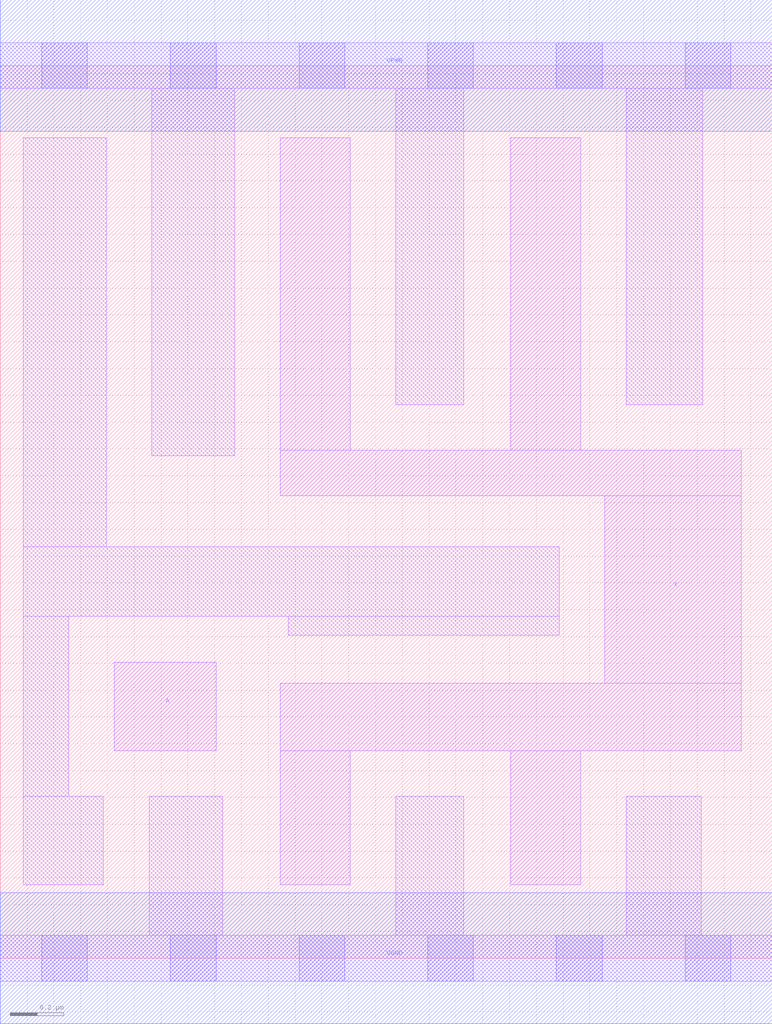
<source format=lef>
# Copyright 2020 The SkyWater PDK Authors
#
# Licensed under the Apache License, Version 2.0 (the "License");
# you may not use this file except in compliance with the License.
# You may obtain a copy of the License at
#
#     https://www.apache.org/licenses/LICENSE-2.0
#
# Unless required by applicable law or agreed to in writing, software
# distributed under the License is distributed on an "AS IS" BASIS,
# WITHOUT WARRANTIES OR CONDITIONS OF ANY KIND, either express or implied.
# See the License for the specific language governing permissions and
# limitations under the License.
#
# SPDX-License-Identifier: Apache-2.0

VERSION 5.7 ;
  NOWIREEXTENSIONATPIN ON ;
  DIVIDERCHAR "/" ;
  BUSBITCHARS "[]" ;
UNITS
  DATABASE MICRONS 200 ;
END UNITS
MACRO sky130_fd_sc_lp__clkbuf_4
  CLASS CORE ;
  FOREIGN sky130_fd_sc_lp__clkbuf_4 ;
  ORIGIN  0.000000  0.000000 ;
  SIZE  2.880000 BY  3.330000 ;
  SYMMETRY X Y R90 ;
  SITE unit ;
  PIN A
    ANTENNAGATEAREA  0.252000 ;
    DIRECTION INPUT ;
    USE SIGNAL ;
    PORT
      LAYER li1 ;
        RECT 0.425000 0.775000 0.805000 1.105000 ;
    END
  END A
  PIN X
    ANTENNADIFFAREA  0.940800 ;
    DIRECTION OUTPUT ;
    USE SIGNAL ;
    PORT
      LAYER li1 ;
        RECT 1.045000 0.275000 1.305000 0.775000 ;
        RECT 1.045000 0.775000 2.765000 1.025000 ;
        RECT 1.045000 1.725000 2.765000 1.895000 ;
        RECT 1.045000 1.895000 1.305000 3.060000 ;
        RECT 1.905000 0.275000 2.165000 0.775000 ;
        RECT 1.905000 1.895000 2.165000 3.060000 ;
        RECT 2.255000 1.025000 2.765000 1.725000 ;
    END
  END X
  PIN VGND
    DIRECTION INOUT ;
    USE GROUND ;
    PORT
      LAYER met1 ;
        RECT 0.000000 -0.245000 2.880000 0.245000 ;
    END
  END VGND
  PIN VPWR
    DIRECTION INOUT ;
    USE POWER ;
    PORT
      LAYER met1 ;
        RECT 0.000000 3.085000 2.880000 3.575000 ;
    END
  END VPWR
  OBS
    LAYER li1 ;
      RECT 0.000000 -0.085000 2.880000 0.085000 ;
      RECT 0.000000  3.245000 2.880000 3.415000 ;
      RECT 0.085000  0.275000 0.385000 0.605000 ;
      RECT 0.085000  0.605000 0.255000 1.275000 ;
      RECT 0.085000  1.275000 2.085000 1.535000 ;
      RECT 0.085000  1.535000 0.395000 3.060000 ;
      RECT 0.555000  0.085000 0.830000 0.605000 ;
      RECT 0.565000  1.875000 0.875000 3.245000 ;
      RECT 1.075000  1.205000 2.085000 1.275000 ;
      RECT 1.475000  0.085000 1.730000 0.605000 ;
      RECT 1.475000  2.065000 1.730000 3.245000 ;
      RECT 2.335000  0.085000 2.615000 0.605000 ;
      RECT 2.335000  2.065000 2.620000 3.245000 ;
    LAYER mcon ;
      RECT 0.155000 -0.085000 0.325000 0.085000 ;
      RECT 0.155000  3.245000 0.325000 3.415000 ;
      RECT 0.635000 -0.085000 0.805000 0.085000 ;
      RECT 0.635000  3.245000 0.805000 3.415000 ;
      RECT 1.115000 -0.085000 1.285000 0.085000 ;
      RECT 1.115000  3.245000 1.285000 3.415000 ;
      RECT 1.595000 -0.085000 1.765000 0.085000 ;
      RECT 1.595000  3.245000 1.765000 3.415000 ;
      RECT 2.075000 -0.085000 2.245000 0.085000 ;
      RECT 2.075000  3.245000 2.245000 3.415000 ;
      RECT 2.555000 -0.085000 2.725000 0.085000 ;
      RECT 2.555000  3.245000 2.725000 3.415000 ;
  END
END sky130_fd_sc_lp__clkbuf_4
END LIBRARY

</source>
